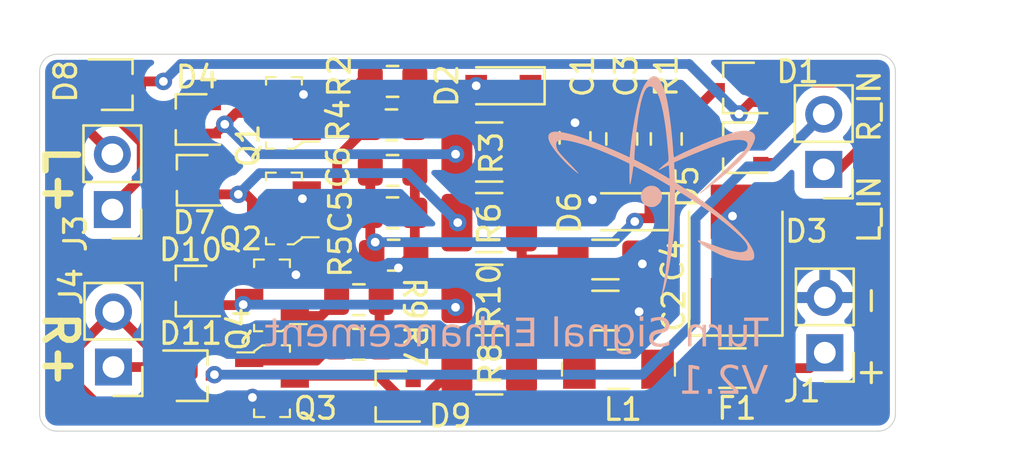
<source format=kicad_pcb>
(kicad_pcb (version 20240108) (generator "pcbnew") (generator_version "8.0")
  (title_block (rev "2.1"))
  (layers (0 "F.Cu" signal) (31 "B.Cu" signal) (35 "F.Paste" user) (36 "B.SilkS" user "B.Silkscreen") (37 "F.SilkS" user "F.Silkscreen") (38 "B.Mask" user) (39 "F.Mask" user) (44 "Edge.Cuts" user))
  (net 0 "")
  (net 1 "GND")
  (net 2 "Net-(D1-K)")
  (net 3 "+12V")
  (net 4 "Net-(D5-K)")
  (net 6 "Net-(D1-A)")
  (net 7 "Net-(F1-Pad2)")
  (net 8 "Net-(D3-K)")
  (net 10 "Net-(D4-A)")
  (net 11 "Net-(D4-K)")
  (net 13 "Net-(D5-A)")
  (net 14 "Net-(D7-K)")
  (net 16 "Net-(D7-A)")
  (net 17 "Net-(D9-K)")
  (net 19 "Net-(D9-A)")
  (net 21 "Net-(D10-A)")
  (net 22 "Net-(D10-K)")
  (net 23 "Net-(Q1-G)")
  (net 24 "Net-(Q2-G)")
  (net 25 "Net-(Q3-G)")
  (net 26 "Net-(Q4-G)")
  (footprint "Capacitor_SMD:C_0805_2012Metric_Pad1.15x1.40mm_HandSolder" (layer "F.Cu") (at 218.55 111.6 90)
    (property "Reference" "C1" (at 2.85 0.35 -90) (layer "F.SilkS"))
    (property "Value" "10uF")
    (pad "1" smd roundrect (at -1.025 0 90) (size 1.15 1.4) (layers "F.Cu" "F.Paste" "F.Mask") (roundrect_rratio 0.217391) (net 2 "Net-(D1-K)"))
    (pad "2" smd roundrect (at 1.025 0 90) (size 1.15 1.4) (layers "F.Cu" "F.Paste" "F.Mask") (roundrect_rratio 0.217391) (net 1 "GND"))
  )
  (footprint "Capacitor_SMD:C_0805_2012Metric_Pad1.15x1.40mm_HandSolder" (layer "F.Cu") (at 220.7 111.65 90)
    (property "Reference" "C3" (at 2.9 0.2 -90) (layer "F.SilkS"))
    (property "Value" "10uF")
    (pad "1" smd roundrect (at -1.025 0 90) (size 1.15 1.4) (layers "F.Cu" "F.Paste" "F.Mask") (roundrect_rratio 0.217391) (net 2 "Net-(D1-K)"))
    (pad "2" smd roundrect (at 1.025 0 90) (size 1.15 1.4) (layers "F.Cu" "F.Paste" "F.Mask") (roundrect_rratio 0.217391) (net 1 "GND"))
  )
  (footprint "Fuse:Fuse_1206_3216Metric" (layer "F.Cu") (at 225.8 122.2)
    (property "Reference" "F1" (at 0.2 1.85 0) (layer "F.SilkS"))
    (property "Value" "1206L016WR")
    (pad "1" smd roundrect (at -1.4 0) (size 1.25 1.75) (layers "F.Cu" "F.Paste" "F.Mask") (roundrect_rratio 0.2) (net 8 "Net-(D3-K)"))
    (pad "2" smd roundrect (at 1.4 0) (size 1.25 1.75) (layers "F.Cu" "F.Paste" "F.Mask") (roundrect_rratio 0.2) (net 7 "Net-(F1-Pad2)"))
  )
  (footprint "Connector_PinHeader_2.54mm:PinHeader_1x02_P2.54mm_Vertical" (layer "F.Cu") (at 230.05 121.49 180)
    (property "Reference" "J1" (at 1.05 -1.76 0) (layer "F.SilkS"))
    (property "Value" "22-23-2021")
    (pad "1" thru_hole rect (at 0 0 180) (size 1.7 1.7) (drill 1) (layers "*.Cu" "*.Mask") (net 7 "Net-(F1-Pad2)"))
    (pad "2" thru_hole oval (at 0 2.54 180) (size 1.7 1.7) (drill 1) (layers "*.Cu" "*.Mask") (net 1 "GND"))
  )
  (footprint "digikey-footprints:SOT-23-3" (layer "F.Cu") (at 205.15 110.45 180)
    (property "Reference" "Q1" (at 1.65 -1.5 90) (layer "F.SilkS"))
    (property "Value" "2N7002P_215")
    (pad "1" smd rect (at -1.05 -0.95 180) (size 1.3 0.6) (layers "F.Cu" "F.Paste" "F.Mask") (net 23 "Net-(Q1-G)"))
    (pad "2" smd rect (at -1.05 0.95 180) (size 1.3 0.6) (layers "F.Cu" "F.Paste" "F.Mask") (net 1 "GND"))
    (pad "3" smd rect (at 1.05 0 180) (size 1.3 0.6) (layers "F.Cu" "F.Paste" "F.Mask") (net 10 "Net-(D4-A)"))
  )
  (footprint "Resistor_SMD:R_0805_2012Metric_Pad1.15x1.40mm_HandSolder" (layer "F.Cu") (at 222.75 111.65 90)
    (property "Reference" "R1" (at 2.9 0 90) (layer "F.SilkS"))
    (property "Value" "75k")
    (pad "1" smd roundrect (at -1.025 0 90) (size 1.15 1.4) (layers "F.Cu" "F.Paste" "F.Mask") (roundrect_rratio 0.217391) (net 2 "Net-(D1-K)"))
    (pad "2" smd roundrect (at 1.025 0 90) (size 1.15 1.4) (layers "F.Cu" "F.Paste" "F.Mask") (roundrect_rratio 0.217391) (net 1 "GND"))
  )
  (footprint "Diode_SMD:D_SOD-323_HandSoldering" (layer "F.Cu") (at 215.25 109.2 180)
    (property "Reference" "D2" (at 2.6 0 90) (layer "F.SilkS"))
    (property "Value" "SD15-01FTG")
    (pad "1" smd rect (at -1.25 0 180) (size 1 1) (layers "F.Cu" "F.Paste" "F.Mask") (net 2 "Net-(D1-K)"))
    (pad "2" smd rect (at 1.25 0 180) (size 1 1) (layers "F.Cu" "F.Paste" "F.Mask") (net 1 "GND"))
  )
  (footprint "Connector_PinHeader_2.54mm:PinHeader_1x02_P2.54mm_Vertical" (layer "F.Cu") (at 197.25 114.9 180)
    (property "Reference" "J3" (at 1.7 -1.1 -90) (layer "F.SilkS"))
    (property "Value" "22-23-2021")
    (pad "1" thru_hole rect (at 0 0 180) (size 1.7 1.7) (drill 1) (layers "*.Cu" "*.Mask") (net 14 "Net-(D7-K)"))
    (pad "2" thru_hole oval (at 0 2.54 180) (size 1.7 1.7) (drill 1) (layers "*.Cu" "*.Mask") (net 11 "Net-(D4-K)"))
  )
  (footprint "Diode_SMD:D_SMB" (layer "F.Cu") (at 225.95 117.15 90)
    (property "Reference" "D3" (at 1.25 3.25 180) (layer "F.SilkS"))
    (property "Value" "SMBJ15A")
    (pad "1" smd rect (at -2.15 0 90) (size 2.5 2.3) (layers "F.Cu" "F.Paste" "F.Mask") (net 8 "Net-(D3-K)"))
    (pad "2" smd rect (at 2.15 0 90) (size 2.5 2.3) (layers "F.Cu" "F.Paste" "F.Mask") (net 1 "GND"))
  )
  (footprint "digikey-footprints:1206" (layer "F.Cu") (at 220.55 122.25)
    (property "Reference" "L1" (at 0.2 1.85 0) (layer "F.SilkS"))
    (property "Value" "82103C")
    (pad "1" smd rect (at -1.8 0) (size 1.5 1.8) (layers "F.Cu" "F.Paste" "F.Mask") (net 3 "+12V"))
    (pad "2" smd rect (at 1.8 0) (size 1.5 1.8) (layers "F.Cu" "F.Paste" "F.Mask") (net 8 "Net-(D3-K)"))
  )
  (footprint "Capacitor_SMD:C_1206_3216Metric_Pad1.42x1.75mm_HandSolder" (layer "F.Cu") (at 219.95 119.55)
    (property "Reference" "C2" (at 3.15 0 -90) (layer "F.SilkS"))
    (property "Value" "10uF")
    (pad "1" smd roundrect (at -1.4875 0) (size 1.425 1.75) (layers "F.Cu" "F.Paste" "F.Mask") (roundrect_rratio 0.175439) (net 3 "+12V"))
    (pad "2" smd roundrect (at 1.4875 0) (size 1.425 1.75) (layers "F.Cu" "F.Paste" "F.Mask") (roundrect_rratio 0.175439) (net 1 "GND"))
  )
  (footprint "Capacitor_SMD:C_1206_3216Metric_Pad1.42x1.75mm_HandSolder" (layer "F.Cu") (at 219.95 117.2)
    (property "Reference" "C4" (at 3.1 0.05 -90) (layer "F.SilkS"))
    (property "Value" "10uF")
    (pad "1" smd roundrect (at -1.4875 0) (size 1.425 1.75) (layers "F.Cu" "F.Paste" "F.Mask") (roundrect_rratio 0.175439) (net 3 "+12V"))
    (pad "2" smd roundrect (at 1.4875 0) (size 1.425 1.75) (layers "F.Cu" "F.Paste" "F.Mask") (roundrect_rratio 0.175439) (net 1 "GND"))
  )
  (footprint "Package_TO_SOT_SMD:SOT-323_SC-70" (layer "F.Cu") (at 226.1 109.3 180)
    (property "Reference" "D1" (at -2.7 0.75 0) (layer "F.SilkS"))
    (property "Value" "BAT54W")
    (pad "1" smd rect (at -1 -0.65 90) (size 0.45 0.7) (layers "F.Cu" "F.Paste" "F.Mask") (net 6 "Net-(D1-A)"))
    (pad "2" smd rect (at -1 0.65 90) (size 0.45 0.7) (layers "F.Cu" "F.Paste" "F.Mask"))
    (pad "3" smd rect (at 1 0 90) (size 0.45 0.7) (layers "F.Cu" "F.Paste" "F.Mask") (net 2 "Net-(D1-K)"))
  )
  (footprint "Package_TO_SOT_SMD:SOT-323_SC-70" (layer "F.Cu") (at 200.9 110.75 180)
    (property "Reference" "D4" (at -0.25 1.95 180) (layer "F.SilkS"))
    (property "Value" "BAT54W")
    (pad "1" smd rect (at -1 -0.65 90) (size 0.45 0.7) (layers "F.Cu" "F.Paste" "F.Mask") (net 10 "Net-(D4-A)"))
    (pad "2" smd rect (at -1 0.65 90) (size 0.45 0.7) (layers "F.Cu" "F.Paste" "F.Mask"))
    (pad "3" smd rect (at 1 0 90) (size 0.45 0.7) (layers "F.Cu" "F.Paste" "F.Mask") (net 11 "Net-(D4-K)"))
  )
  (footprint "Package_TO_SOT_SMD:SOT-323_SC-70" (layer "F.Cu") (at 200.95 113.55 180)
    (property "Reference" "D7" (at -0.05 -1.95 0) (layer "F.SilkS"))
    (property "Value" "BAT54W")
    (pad "1" smd rect (at -1 -0.65 90) (size 0.45 0.7) (layers "F.Cu" "F.Paste" "F.Mask") (net 16 "Net-(D7-A)"))
    (pad "2" smd rect (at -1 0.65 90) (size 0.45 0.7) (layers "F.Cu" "F.Paste" "F.Mask"))
    (pad "3" smd rect (at 1 0 90) (size 0.45 0.7) (layers "F.Cu" "F.Paste" "F.Mask") (net 14 "Net-(D7-K)"))
  )
  (footprint "Package_TO_SOT_SMD:SOT-323_SC-70" (layer "F.Cu") (at 197.45 109.15)
    (property "Reference" "D8" (at -2.35 -0.15 -90) (layer "F.SilkS"))
    (property "Value" "BAT54AW")
    (pad "1" smd rect (at -1 -0.65 270) (size 0.45 0.7) (layers "F.Cu" "F.Paste" "F.Mask") (net 11 "Net-(D4-K)"))
    (pad "2" smd rect (at -1 0.65 270) (size 0.45 0.7) (layers "F.Cu" "F.Paste" "F.Mask") (net 14 "Net-(D7-K)"))
    (pad "3" smd rect (at 1 0 270) (size 0.45 0.7) (layers "F.Cu" "F.Paste" "F.Mask") (net 6 "Net-(D1-A)"))
  )
  (footprint "digikey-footprints:SOT-23-3" (layer "F.Cu") (at 205.15 114.85 180)
    (property "Reference" "Q2" (at 2 -1.4 0) (layer "F.SilkS"))
    (property "Value" "2N7002P_215")
    (pad "1" smd rect (at -1.05 -0.95 180) (size 1.3 0.6) (layers "F.Cu" "F.Paste" "F.Mask") (net 24 "Net-(Q2-G)"))
    (pad "2" smd rect (at -1.05 0.95 180) (size 1.3 0.6) (layers "F.Cu" "F.Paste" "F.Mask") (net 1 "GND"))
    (pad "3" smd rect (at 1.05 0 180) (size 1.3 0.6) (layers "F.Cu" "F.Paste" "F.Mask") (net 16 "Net-(D7-A)"))
  )
  (footprint "Resistor_SMD:R_0805_2012Metric_Pad1.15x1.40mm_HandSolder" (layer "F.Cu") (at 210.15 109)
    (property "Reference" "R2" (at -2.45 -0.25 90) (layer "F.SilkS"))
    (property "Value" "10R")
    (pad "1" smd roundrect (at -1.025 0) (size 1.15 1.4) (layers "F.Cu" "F.Paste" "F.Mask") (roundrect_rratio 0.217391) (net 23 "Net-(Q1-G)"))
    (pad "2" smd roundrect (at 1.025 0) (size 1.15 1.4) (layers "F.Cu" "F.Paste" "F.Mask") (roundrect_rratio 0.217391) (net 2 "Net-(D1-K)"))
  )
  (footprint "Resistor_SMD:R_1210_3225Metric_Pad1.42x2.65mm_HandSolder" (layer "F.Cu") (at 214.6 112.25 180)
    (property "Reference" "R3" (at -0.1 -0.05 -90) (layer "F.SilkS"))
    (property "Value" "750R")
    (pad "1" smd roundrect (at -1.4875 0 180) (size 1.425 2.65) (layers "F.Cu" "F.Paste" "F.Mask") (roundrect_rratio 0.175439) (net 3 "+12V"))
    (pad "2" smd roundrect (at 1.4875 0 180) (size 1.425 2.65) (layers "F.Cu" "F.Paste" "F.Mask") (roundrect_rratio 0.175439) (net 10 "Net-(D4-A)"))
  )
  (footprint "Resistor_SMD:R_0805_2012Metric_Pad1.15x1.40mm_HandSolder" (layer "F.Cu") (at 210.1 111)
    (property "Reference" "R4" (at -2.45 -0.2 90) (layer "F.SilkS"))
    (property "Value" "10R")
    (pad "1" smd roundrect (at -1.025 0) (size 1.15 1.4) (layers "F.Cu" "F.Paste" "F.Mask") (roundrect_rratio 0.217391) (net 24 "Net-(Q2-G)"))
    (pad "2" smd roundrect (at 1.025 0) (size 1.15 1.4) (layers "F.Cu" "F.Paste" "F.Mask") (roundrect_rratio 0.217391) (net 2 "Net-(D1-K)"))
  )
  (footprint "Resistor_SMD:R_1210_3225Metric_Pad1.42x2.65mm_HandSolder" (layer "F.Cu") (at 214.6 115.5 180)
    (property "Reference" "R6" (at 0 -0.05 90) (layer "F.SilkS"))
    (property "Value" "750R")
    (pad "1" smd roundrect (at -1.4875 0 180) (size 1.425 2.65) (layers "F.Cu" "F.Paste" "F.Mask") (roundrect_rratio 0.175439) (net 3 "+12V"))
    (pad "2" smd roundrect (at 1.4875 0 180) (size 1.425 2.65) (layers "F.Cu" "F.Paste" "F.Mask") (roundrect_rratio 0.175439) (net 16 "Net-(D7-A)"))
  )
  (footprint "Connector_PinHeader_2.54mm:PinHeader_1x02_P2.54mm_Vertical" (layer "F.Cu") (at 230 113.05 180)
    (property "Reference" "J2" (hide yes))
    (property "Value" "22-23-2021")
    (pad "1" thru_hole rect (at 0 0 180) (size 1.7 1.7) (drill 1) (layers "*.Cu" "*.Mask") (net 6 "Net-(D1-A)"))
    (pad "2" thru_hole oval (at 0 2.54 180) (size 1.7 1.7) (drill 1) (layers "*.Cu" "*.Mask") (net 13 "Net-(D5-A)"))
  )
  (footprint "Capacitor_SMD:C_0805_2012Metric_Pad1.15x1.40mm_HandSolder" (layer "F.Cu") (at 210.15 115.05)
    (property "Reference" "C5" (at -2.4 -0.05 90) (layer "F.SilkS"))
    (property "Value" "10uF")
    (pad "1" smd roundrect (at -1.025 0) (size 1.15 1.4) (layers "F.Cu" "F.Paste" "F.Mask") (roundrect_rratio 0.217391) (net 4 "Net-(D5-K)"))
    (pad "2" smd roundrect (at 1.025 0) (size 1.15 1.4) (layers "F.Cu" "F.Paste" "F.Mask") (roundrect_rratio 0.217391) (net 1 "GND"))
  )
  (footprint "Capacitor_SMD:C_0805_2012Metric_Pad1.15x1.40mm_HandSolder" (layer "F.Cu") (at 210.15 113.1)
    (property "Reference" "C6" (at -2.5 -0.15 90) (layer "F.SilkS"))
    (property "Value" "10uF")
    (pad "1" smd roundrect (at -1.025 0) (size 1.15 1.4) (layers "F.Cu" "F.Paste" "F.Mask") (roundrect_rratio 0.217391) (net 4 "Net-(D5-K)"))
    (pad "2" smd roundrect (at 1.025 0) (size 1.15 1.4) (layers "F.Cu" "F.Paste" "F.Mask") (roundrect_rratio 0.217391) (net 1 "GND"))
  )
  (footprint "Diode_SMD:D_SOD-323_HandSoldering" (layer "F.Cu") (at 221 115 180)
    (property "Reference" "D6" (at 2.7 -0.05 90) (layer "F.SilkS"))
    (property "Value" "SD15-01FTG")
    (pad "1" smd rect (at -1.25 0 180) (size 1 1) (layers "F.Cu" "F.Paste" "F.Mask") (net 4 "Net-(D5-K)"))
    (pad "2" smd rect (at 1.25 0 180) (size 1 1) (layers "F.Cu" "F.Paste" "F.Mask") (net 1 "GND"))
  )
  (footprint "Package_TO_SOT_SMD:SOT-323_SC-70" (layer "F.Cu") (at 210.1 123.5 180)
    (property "Reference" "D9" (at -2.7 -0.9 0) (layer "F.SilkS"))
    (property "Value" "BAT54W")
    (pad "1" smd rect (at -1 -0.65 90) (size 0.45 0.7) (layers "F.Cu" "F.Paste" "F.Mask") (net 19 "Net-(D9-A)"))
    (pad "2" smd rect (at -1 0.65 90) (size 0.45 0.7) (layers "F.Cu" "F.Paste" "F.Mask"))
    (pad "3" smd rect (at 1 0 90) (size 0.45 0.7) (layers "F.Cu" "F.Paste" "F.Mask") (net 17 "Net-(D9-K)"))
  )
  (footprint "Package_TO_SOT_SMD:SOT-323_SC-70" (layer "F.Cu") (at 200.9 118.65 180)
    (property "Reference" "D10" (at 0.05 1.9 180) (layer "F.SilkS"))
    (property "Value" "BAT54W")
    (pad "1" smd rect (at -1 -0.65 90) (size 0.45 0.7) (layers "F.Cu" "F.Paste" "F.Mask") (net 21 "Net-(D10-A)"))
    (pad "2" smd rect (at -1 0.65 90) (size 0.45 0.7) (layers "F.Cu" "F.Paste" "F.Mask"))
    (pad "3" smd rect (at 1 0 90) (size 0.45 0.7) (layers "F.Cu" "F.Paste" "F.Mask") (net 22 "Net-(D10-K)"))
  )
  (footprint "Package_TO_SOT_SMD:SOT-323_SC-70" (layer "F.Cu") (at 200.9 122.55)
    (property "Reference" "D11" (at -0.05 -1.95 0) (layer "F.SilkS"))
    (property "Value" "BAT54AW")
    (pad "1" smd rect (at -1 -0.65 270) (size 0.45 0.7) (layers "F.Cu" "F.Paste" "F.Mask") (net 17 "Net-(D9-K)"))
    (pad "2" smd rect (at -1 0.65 270) (size 0.45 0.7) (layers "F.Cu" "F.Paste" "F.Mask") (net 22 "Net-(D10-K)"))
    (pad "3" smd rect (at 1 0 270) (size 0.45 0.7) (layers "F.Cu" "F.Paste" "F.Mask") (net 13 "Net-(D5-A)"))
  )
  (footprint "Connector_PinHeader_2.54mm:PinHeader_1x02_P2.54mm_Vertical" (layer "F.Cu") (at 197.3 122.15 180)
    (property "Reference" "J4" (at 1.95 3.7 90) (layer "F.SilkS"))
    (property "Value" "22-23-2021")
    (pad "1" thru_hole rect (at 0 0 180) (size 1.7 1.7) (drill 1) (layers "*.Cu" "*.Mask") (net 22 "Net-(D10-K)"))
    (pad "2" thru_hole oval (at 0 2.54 180) (size 1.7 1.7) (drill 1) (layers "*.Cu" "*.Mask") (net 17 "Net-(D9-K)"))
  )
  (footprint "digikey-footprints:SOT-23-3" (layer "F.Cu") (at 204.6 122.8)
    (property "Reference" "Q3" (at 2 1.25 0) (layer "F.SilkS"))
    (property "Value" "2N7002P_215")
    (pad "1" smd rect (at -1.05 -0.95) (size 1.3 0.6) (layers "F.Cu" "F.Paste" "F.Mask") (net 25 "Net-(Q3-G)"))
    (pad "2" smd rect (at -1.05 0.95) (size 1.3 0.6) (layers "F.Cu" "F.Paste" "F.Mask") (net 1 "GND"))
    (pad "3" smd rect (at 1.05 0) (size 1.3 0.6) (layers "F.Cu" "F.Paste" "F.Mask") (net 19 "Net-(D9-A)"))
  )
  (footprint "digikey-footprints:SOT-23-3" (layer "F.Cu") (at 204.6 118.85 180)
    (property "Reference" "Q4" (at 1.55 -1.55 90) (layer "F.SilkS"))
    (property "Value" "2N7002P_215")
    (pad "1" smd rect (at -1.05 -0.95 180) (size 1.3 0.6) (layers "F.Cu" "F.Paste" "F.Mask") (net 26 "Net-(Q4-G)"))
    (pad "2" smd rect (at -1.05 0.95 180) (size 1.3 0.6) (layers "F.Cu" "F.Paste" "F.Mask") (net 1 "GND"))
    (pad "3" smd rect (at 1.05 0 180) (size 1.3 0.6) (layers "F.Cu" "F.Paste" "F.Mask") (net 21 "Net-(D10-A)"))
  )
  (footprint "Resistor_SMD:R_0805_2012Metric_Pad1.15x1.40mm_HandSolder" (layer "F.Cu") (at 210.2 117)
    (property "Reference" "R5" (at -2.45 0.05 90) (layer "F.SilkS"))
    (property "Value" "75k")
    (pad "1" smd roundrect (at -1.025 0) (size 1.15 1.4) (layers "F.Cu" "F.Paste" "F.Mask") (roundrect_rratio 0.217391) (net 4 "Net-(D5-K)"))
    (pad "2" smd roundrect (at 1.025 0) (size 1.15 1.4) (layers "F.Cu" "F.Paste" "F.Mask") (roundrect_rratio 0.217391) (net 1 "GND"))
  )
  (footprint "Resistor_SMD:R_0805_2012Metric_Pad1.15x1.40mm_HandSolder" (layer "F.Cu") (at 208.6 121.1)
    (property "Reference" "R7" (at 2.57 0.08 -90) (layer "F.SilkS"))
    (property "Value" "10R")
    (pad "1" smd roundrect (at -1.025 0) (size 1.15 1.4) (layers "F.Cu" "F.Paste" "F.Mask") (roundrect_rratio 0.217391) (net 25 "Net-(Q3-G)"))
    (pad "2" smd roundrect (at 1.025 0) (size 1.15 1.4) (layers "F.Cu" "F.Paste" "F.Mask") (roundrect_rratio 0.217391) (net 4 "Net-(D5-K)"))
  )
  (footprint "Resistor_SMD:R_1210_3225Metric_Pad1.42x2.65mm_HandSolder" (layer "F.Cu") (at 214.6 122.05 180)
    (property "Reference" "R8" (at -0.05 0.05 90) (layer "F.SilkS"))
    (property "Value" "750R")
    (pad "1" smd roundrect (at -1.4875 0 180) (size 1.425 2.65) (layers "F.Cu" "F.Paste" "F.Mask") (roundrect_rratio 0.175439) (net 3 "+12V"))
    (pad "2" smd roundrect (at 1.4875 0 180) (size 1.425 2.65) (layers "F.Cu" "F.Paste" "F.Mask") (roundrect_rratio 0.175439) (net 19 "Net-(D9-A)"))
  )
  (footprint "Resistor_SMD:R_1210_3225Metric_Pad1.42x2.65mm_HandSolder" (layer "F.Cu") (at 214.6 118.8 180)
    (property "Reference" "R10" (at 0 -0.05 90) (layer "F.SilkS"))
    (property "Value" "750R")
    (pad "1" smd roundrect (at -1.4875 0 180) (size 1.425 2.65) (layers "F.Cu" "F.Paste" "F.Mask") (roundrect_rratio 0.175439) (net 3 "+12V"))
    (pad "2" smd roundrect (at 1.4875 0 180) (size 1.425 2.65) (layers "F.Cu" "F.Paste" "F.Mask") (roundrect_rratio 0.175439) (net 21 "Net-(D10-A)"))
  )
  (footprint "Package_TO_SOT_SMD:SOT-323_SC-70" (layer "F.Cu") (at 226.1 112.05 180)
    (property "Reference" "D5" (at 2.4 -1.8 90) (layer "F.SilkS"))
    (property "Value" "BAT54W")
    (pad "1" smd rect (at -1 -0.65 90) (size 0.45 0.7) (layers "F.Cu" "F.Paste" "F.Mask") (net 13 "Net-(D5-A)"))
    (pad "2" smd rect (at -1 0.65 90) (size 0.45 0.7) (layers "F.Cu" "F.Paste" "F.Mask"))
    (pad "3" smd rect (at 1 0 90) (size 0.45 0.7) (layers "F.Cu" "F.Paste" "F.Mask") (net 4 "Net-(D5-K)"))
  )
  (footprint "Resistor_SMD:R_0805_2012Metric_Pad1.15x1.40mm_HandSolder" (layer "F.Cu") (at 208.6 119.05)
    (property "Reference" "R9" (at 2.55 -0.05 -90) (layer "F.SilkS"))
    (property "Value" "10R")
    (pad "1" smd roundrect (at -1.025 0) (size 1.15 1.4) (layers "F.Cu" "F.Paste" "F.Mask") (roundrect_rratio 0.217391) (net 26 "Net-(Q4-G)"))
    (pad "2" smd roundrect (at 1.025 0) (size 1.15 1.4) (layers "F.Cu" "F.Paste" "F.Mask") (roundrect_rratio 0.217391) (net 4 "Net-(D5-K)"))
  )
  (footprint "Atomspring Logos:10x10mm" (layer "B.Cu") (at 222.164963 113.6812 180)
    (property "Reference" "G***" (hide yes))
    (property "Value" "LOGO" (hide yes))
  )
  (gr_arc (start 232.5 107.75) (mid 233.065685 107.984315) (end 233.3 108.55) (stroke (width 0.05)) (layer "Edge.Cuts"))
  (gr_line (start 193.9 124.3) (end 193.9 108.55) (stroke (width 0.05)) (layer "Edge.Cuts"))
  (gr_line (start 194.7 107.75) (end 232.5 107.75) (stroke (width 0.05)) (layer "Edge.Cuts"))
  (gr_arc (start 233.3 124.3) (mid 233.065685 124.865685) (end 232.5 125.1) (stroke (width 0.05)) (layer "Edge.Cuts"))
  (gr_arc (start 193.9 108.55) (mid 194.134315 107.984315) (end 194.7 107.75) (stroke (width 0.05)) (layer "Edge.Cuts"))
  (gr_line (start 233.3 108.55) (end 233.3 124.3) (stroke (width 0.05)) (layer "Edge.Cuts"))
  (gr_arc (start 194.7 125.1) (mid 194.134315 124.865685) (end 193.9 124.3) (stroke (width 0.05)) (layer "Edge.Cuts"))
  (gr_line (start 232.5 125.1) (end 194.7 125.1) (stroke (width 0.05)) (layer "Edge.Cuts"))
  (gr_text "Turn Signal Enhancement\nV2.1" (at 227.45 121.75 0) (layer "B.SilkS") (effects (font (size 1.3 1.3)) (justify left mirror)))
  (gr_text "R_IN" (at 232.1 110.15 90) (layer "F.SilkS") (effects (font (size 1 1))))
  (gr_text "L+" (at 194.85 113.55 270) (layer "F.SilkS") (effects (font (size 1.5 1.5) (thickness 0.3))))
  (gr_text "R+" (at 194.85 121.35 270) (layer "F.SilkS") (effects (font (size 1.5 1.5) (thickness 0.3))))
  (gr_text "L_IN" (at 232.1 114.9 90) (layer "F.SilkS") (effects (font (size 1 1))))
  (gr_text "+  -" (at 232.1 120.75 90) (layer "F.SilkS") (effects (font (size 1.2 1.2))))
  (segment (start 219.75 115) (end 219.75 114.85) (width 0.45) (layer "F.Cu") (net 1))
  (segment (start 222.75 110.625) (end 218.475 110.625) (width 0.45) (layer "F.Cu") (net 1))
  (segment (start 206.2 114.2) (end 206 114.4) (width 0.45) (layer "F.Cu") (net 1))
  (segment (start 206.2 113.9) (end 206.2 114.2) (width 0.45) (layer "F.Cu") (net 1))
  (segment (start 219.75 114.85) (end 219.35 114.45) (width 0.45) (layer "F.Cu") (net 1))
  (segment (start 211.175 113.1) (end 211.175 116.831444) (width 0.45) (layer "F.Cu") (net 1))
  (segment (start 211.175 116.831444) (end 210.419851 117.586593) (width 0.45) (layer "F.Cu") (net 1))
  (via (at 225.8 115.2) (size 0.8) (drill 0.4) (layers "F.Cu" "B.Cu") (net 1))
  (via (at 218.55 110.9) (size 0.8) (drill 0.4) (layers "F.Cu" "B.Cu") (net 1))
  (via (at 206 114.4) (size 0.8) (drill 0.4) (layers "F.Cu" "B.Cu") (net 1))
  (via (at 219.35 114.45) (size 0.8) (drill 0.4) (layers "F.Cu" "B.Cu") (net 1))
  (via (at 205.7 117.9) (size 0.8) (drill 0.4) (layers "F.Cu" "B.Cu") (net 1))
  (via (at 221.65 117.4) (size 0.8) (drill 0.4) (layers "F.Cu" "B.Cu") (net 1))
  (via (at 210.419851 117.586593) (size 0.8) (drill 0.4) (layers "F.Cu" "B.Cu") (net 1))
  (via (at 206.05 109.6) (size 0.8) (drill 0.4) (layers "F.Cu" "B.Cu") (net 1))
  (via (at 221.5 119.6) (size 0.8) (drill 0.4) (layers "F.Cu" "B.Cu") (net 1))
  (via (at 214 109.2) (size 0.8) (drill 0.4) (layers "F.Cu" "B.Cu") (net 1))
  (via (at 203.7 123.55) (size 0.8) (drill 0.4) (layers "F.Cu" "B.Cu") (net 1))
  (segment (start 218.35 112.6) (end 223.1 112.6) (width 0.45) (layer "F.Cu") (net 2))
  (segment (start 217.42499 111.67499) (end 218.35 112.6) (width 0.45) (layer "F.Cu") (net 2))
  (segment (start 211.125 109.125) (end 211.2 109.05) (width 0.45) (layer "F.Cu") (net 2))
  (segment (start 211.125 111) (end 211.125 109.125) (width 0.45) (layer "F.Cu") (net 2))
  (segment (start 216.729612 110.4) (end 217.42499 111.095378) (width 0.45) (layer "F.Cu") (net 2))
  (segment (start 214.55 110.4) (end 215.45 110.4) (width 0.45) (layer "F.Cu") (net 2))
  (segment (start 214.55 110.4) (end 216.729612 110.4) (width 0.45) (layer "F.Cu") (net 2))
  (segment (start 217.42499 111.095378) (end 217.42499 111.67499) (width 0.45) (layer "F.Cu") (net 2))
  (segment (start 224.05 110.35) (end 225.1 109.3) (width 0.45) (layer "F.Cu") (net 2))
  (segment (start 212.55 110.4) (end 214.55 110.4) (width 0.45) (layer "F.Cu") (net 2))
  (segment (start 215.45 110.4) (end 216.55 109.3) (width 0.45) (layer "F.Cu") (net 2))
  (segment (start 211.2 109.05) (end 212.55 110.4) (width 0.45) (layer "F.Cu") (net 2))
  (segment (start 223.1 112.6) (end 224.05 111.65) (width 0.45) (layer "F.Cu") (net 2))
  (segment (start 224.05 111.65) (end 224.05 110.35) (width 0.45) (layer "F.Cu") (net 2))
  (segment (start 216.0875 122.4375) (end 216.05 122.475) (width 0.45) (layer "F.Cu") (net 3))
  (segment (start 216.05 122.475) (end 216.05 122.5) (width 0.45) (layer "F.Cu") (net 3))
  (segment (start 216.1 117.2) (end 216.1 111.6) (width 0.45) (layer "F.Cu") (net 3))
  (segment (start 218.4625 117.3125) (end 218.45 117.3) (width 0.45) (layer "F.Cu") (net 3))
  (segment (start 218.6 117.2) (end 216.1 117.2) (width 0.45) (layer "F.Cu") (net 3))
  (segment (start 216.0875 112.25) (end 216.0875 122.4375) (width 0.45) (layer "F.Cu") (net 3))
  (segment (start 218.4625 119.55) (end 218.4625 117.3125) (width 0.45) (layer "F.Cu") (net 3))
  (segment (start 218.7 117.1) (end 218.6 117.2) (width 0.45) (layer "F.Cu") (net 3))
  (segment (start 218.75 117.15) (end 218.7 117.1) (width 0.45) (layer "F.Cu") (net 3))
  (segment (start 218.75 122.25) (end 218.75 117.15) (width 0.45) (layer "F.Cu") (net 3))
  (segment (start 209.65 121.15) (end 209.55 121.05) (width 0.45) (layer "F.Cu") (net 4))
  (segment (start 225.1 112.05) (end 225.1 112.8) (width 0.45) (layer "F.Cu") (net 4))
  (segment (start 209.55 116.6) (end 209.35 116.4) (width 0.45) (layer "F.Cu") (net 4))
  (segment (start 209.125 116.175) (end 209.35 116.4) (width 0.45) (layer "F.Cu") (net 4))
  (segment (start 221.45 115.3) (end 221.3 115.45) (width 0.45) (layer "F.Cu") (net 4))
  (segment (start 222.6 115.3) (end 221.45 115.3) (width 0.45) (layer "F.Cu") (net 4))
  (segment (start 209.125 113.1) (end 209.125 116.175) (width 0.45) (layer "F.Cu") (net 4))
  (segment (start 225.1 112.8) (end 222.6 115.3) (width 0.45) (layer "F.Cu") (net 4))
  (segment (start 222.3 115) (end 222.6 115.3) (width 0.45) (layer "F.Cu") (net 4))
  (segment (start 209.55 121.05) (end 209.55 116.6) (width 0.45) (layer "F.Cu") (net 4))
  (via (at 209.35 116.4) (size 0.8) (drill 0.4) (layers "F.Cu" "B.Cu") (net 4))
  (via (at 221.3 115.45) (size 0.8) (drill 0.4) (layers "F.Cu" "B.Cu") (net 4))
  (segment (start 221.3 115.45) (end 220.35 116.4) (width 0.45) (layer "B.Cu") (net 4))
  (segment (start 220.35 116.4) (end 209.35 116.4) (width 0.45) (layer "B.Cu") (net 4))
  (segment (start 226.1 110.5) (end 226.1 110.5) (width 0.45) (layer "F.Cu") (net 6))
  (segment (start 226.65 109.95) (end 226.1 110.5) (width 0.45) (layer "F.Cu") (net 6))
  (segment (start 228.5 109.05) (end 227.55 110) (width 0.45) (layer "F.Cu") (net 6))
  (segment (start 232 111.75) (end 232 109.8) (width 0.45) (layer "F.Cu") (net 6))
  (segment (start 227.55 110) (end 227.1 110) (width 0.45) (layer "F.Cu") (net 6))
  (segment (start 227.1 109.95) (end 226.65 109.95) (width 0.45) (layer "F.Cu") (net 6))
  (segment (start 231.25 109.05) (end 228.5 109.05) (width 0.45) (layer "F.Cu") (net 6))
  (segment (start 230 113.05) (end 230.7 113.05) (width 0.45) (layer "F.Cu") (net 6))
  (segment (start 232 109.8) (end 231.25 109.05) (width 0.45) (layer "F.Cu") (net 6))
  (segment (start 198.55 109) (end 198.45 109.1) (width 0.45) (layer "F.Cu") (net 6))
  (segment (start 199.6 109) (end 198.55 109) (width 0.45) (layer "F.Cu") (net 6))
  (segment (start 230.7 113.05) (end 232 111.75) (width 0.45) (layer "F.Cu") (net 6))
  (via (at 226.1 110.5) (size 0.8) (drill 0.4) (layers "F.Cu" "B.Cu") (net 6))
  (via (at 199.6 109) (size 0.8) (drill 0.4) (layers "F.Cu" "B.Cu") (net 6))
  (segment (start 226.1 110.5) (end 223.8 108.2) (width 0.45) (layer "B.Cu") (net 6))
  (segment (start 200.4 108.2) (end 199.6 109) (width 0.45) (layer "B.Cu") (net 6))
  (segment (start 223.8 108.2) (end 200.4 108.2) (width 0.45) (layer "B.Cu") (net 6))
  (segment (start 229.35 122.2) (end 230.05 121.5) (width 0.45) (layer "F.Cu") (net 7))
  (segment (start 227.2 122.2) (end 229.35 122.2) (width 0.45) (layer "F.Cu") (net 7))
  (segment (start 222.35 122.25) (end 223.6 122.25) (width 0.45) (layer "F.Cu") (net 8))
  (segment (start 223.6 122.25) (end 226 119.85) (width 0.45) (layer "F.Cu") (net 8))
  (segment (start 224.4 122.2) (end 222.55 122.2) (width 0.45) (layer "F.Cu") (net 8))
  (segment (start 225.6 119.5) (end 225.45 119.65) (width 0.45) (layer "F.Cu") (net 8))
  (segment (start 226 119.85) (end 226 119.5) (width 0.45) (layer "F.Cu") (net 8))
  (segment (start 226 119.5) (end 225.6 119.5) (width 0.45) (layer "F.Cu") (net 8))
  (segment (start 204.1 110.45) (end 202.95 110.45) (width 0.45) (layer "F.Cu") (net 10))
  (segment (start 202.95 110.45) (end 202.425001 110.974999) (width 0.45) (layer "F.Cu") (net 10))
  (segment (start 201.9 111.4) (end 202 111.4) (width 0.45) (layer "F.Cu") (net 10))
  (segment (start 202 111.4) (end 202.425001 110.974999) (width 0.45) (layer "F.Cu") (net 10))
  (via (at 213.05 112.35) (size 0.8) (drill 0.4) (layers "F.Cu" "B.Cu") (net 10))
  (via (at 202.425001 110.974999) (size 0.8) (drill 0.4) (layers "F.Cu" "B.Cu") (net 10))
  (segment (start 213.05 112.35) (end 203.800002 112.35) (width 0.45) (layer "B.Cu") (net 10))
  (segment (start 203.800002 112.35) (end 202.425001 110.974999) (width 0.45) (layer "B.Cu") (net 10))
  (segment (start 195.45 109.4) (end 196.35 108.5) (width 0.45) (layer "F.Cu") (net 11))
  (segment (start 198.709998 110.75) (end 199.95 110.75) (width 0.45) (layer "F.Cu") (net 11))
  (segment (start 195.45 110.56) (end 195.45 109.4) (width 0.45) (layer "F.Cu") (net 11))
  (segment (start 196.459998 108.5) (end 198.709998 110.75) (width 0.45) (layer "F.Cu") (net 11))
  (segment (start 196.35 108.5) (end 196.459998 108.5) (width 0.45) (layer "F.Cu") (net 11))
  (segment (start 197.25 112.36) (end 195.45 110.56) (width 0.45) (layer "F.Cu") (net 11))
  (segment (start 230 110.51) (end 227.76 112.75) (width 0.45) (layer "F.Cu") (net 13))
  (segment (start 227.76 112.75) (end 227.05 112.75) (width 0.45) (layer "F.Cu") (net 13))
  (via (at 201.95 122.5) (size 0.8) (drill 0.4) (layers "F.Cu" "B.Cu") (net 13))
  (segment (start 230 110.51) (end 227.6 112.91) (width 0.45) (layer "B.Cu") (net 13))
  (segment (start 224.1 120.05) (end 224.1 115.3) (width 0.45) (layer "B.Cu") (net 13))
  (segment (start 225.025001 114.374999) (end 225.575 113.825) (width 0.45) (layer "B.Cu") (net 13))
  (segment (start 227.6 112.91) (end 226.49 112.91) (width 0.45) (layer "B.Cu") (net 13))
  (segment (start 226.49 112.91) (end 225.575 113.825) (width 0.45) (layer "B.Cu") (net 13))
  (segment (start 201.95 122.5) (end 221.65 122.5) (width 0.45) (layer "B.Cu") (net 13))
  (segment (start 221.65 122.5) (end 224.1 120.05) (width 0.45) (layer "B.Cu") (net 13))
  (segment (start 224.1 115.3) (end 224.974999 114.425001) (width 0.45) (layer "B.Cu") (net 13))
  (segment (start 196.575 109.8) (end 198.6 111.825) (width 0.45) (layer "F.Cu") (net 14))
  (segment (start 198.6 113.4) (end 198.35 113.65) (width 0.45) (layer "F.Cu") (net 14))
  (segment (start 198.35 113.65) (end 197.25 114.75) (width 0.45) (layer "F.Cu") (net 14))
  (segment (start 196.45 109.8) (end 196.575 109.8) (width 0.45) (layer "F.Cu") (net 14))
  (segment (start 198.45 113.55) (end 198.35 113.65) (width 0.45) (layer "F.Cu") (net 14))
  (segment (start 198.6 111.825) (end 198.6 113.4) (width 0.45) (layer "F.Cu") (net 14))
  (segment (start 199.95 113.55) (end 198.45 113.55) (width 0.45) (layer "F.Cu") (net 14))
  (segment (start 203.05 114.2) (end 203.4 114.2) (width 0.45) (layer "F.Cu") (net 16))
  (segment (start 201.95 114.2) (end 203.05 114.2) (width 0.45) (layer "F.Cu") (net 16))
  (segment (start 203.4 114.2) (end 204.1 114.9) (width 0.45) (layer "F.Cu") (net 16))
  (via (at 203.05 114.2) (size 0.8) (drill 0.4) (layers "F.Cu" "B.Cu") (net 16))
  (via (at 213.15 115.5) (size 0.8) (drill 0.4) (layers "F.Cu" "B.Cu") (net 16))
  (segment (start 204.025001 113.224999) (end 210.874999 113.224999) (width 0.45) (layer "B.Cu") (net 16))
  (segment (start 203.05 114.2) (end 204.025001 113.224999) (width 0.45) (layer "B.Cu") (net 16))
  (segment (start 210.874999 113.224999) (end 213.15 115.5) (width 0.45) (layer "B.Cu") (net 16))
  (segment (start 197.3 119.61) (end 195.7 121.21) (width 0.45) (layer "F.Cu") (net 17))
  (segment (start 208.224999 124.475001) (end 209.1 123.6) (width 0.45) (layer "F.Cu") (net 17))
  (segment (start 195.7 121.21) (end 195.7 123.015002) (width 0.45) (layer "F.Cu") (net 17))
  (segment (start 199.9 121.9) (end 199.6 121.9) (width 0.45) (layer "F.Cu") (net 17))
  (segment (start 195.992499 123.307501) (end 197.034998 124.35) (width 0.45) (layer "F.Cu") (net 17))
  (segment (start 203.574999 124.475001) (end 208.224999 124.475001) (width 0.45) (layer "F.Cu") (net 17))
  (segment (start 201.675001 124.475001) (end 203.574999 124.475001) (width 0.45) (layer "F.Cu") (net 17))
  (segment (start 203.574999 124.475001) (end 197.159999 124.475001) (width 0.45) (layer "F.Cu") (net 17))
  (segment (start 199.6 121.9) (end 197.4 119.7) (width 0.45) (layer "F.Cu") (net 17))
  (segment (start 197.159999 124.475001) (end 195.992499 123.307501) (width 0.45) (layer "F.Cu") (net 17))
  (segment (start 195.7 123.015002) (end 195.992499 123.307501) (width 0.45) (layer "F.Cu") (net 17))
  (segment (start 205.75 122.55) (end 205.45 122.85) (width 0.45) (layer "F.Cu") (net 19))
  (segment (start 211.0125 124.15) (end 211.0125 124.0625) (width 0.45) (layer "F.Cu") (net 19))
  (segment (start 209.5 122.55) (end 205.75 122.55) (width 0.45) (layer "F.Cu") (net 19))
  (segment (start 211.0125 124.0625) (end 209.5 122.55) (width 0.45) (layer "F.Cu") (net 19))
  (segment (start 213.1125 122.05) (end 211.0125 124.15) (width 0.45) (layer "F.Cu") (net 19))
  (segment (start 203.275 119.275) (end 203.6 118.95) (width 0.45) (layer "F.Cu") (net 21))
  (segment (start 203.25 119.3) (end 203.275 119.275) (width 0.45) (layer "F.Cu") (net 21))
  (segment (start 201.9 119.3) (end 203.25 119.3) (width 0.45) (layer "F.Cu") (net 21))
  (via (at 213.05 119.4) (size 0.8) (drill 0.4) (layers "F.Cu" "B.Cu") (net 21))
  (via (at 203.275 119.275) (size 0.8) (drill 0.4) (layers "F.Cu" "B.Cu") (net 21))
  (segment (start 203.275 119.275) (end 212.925 119.275) (width 0.45) (layer "B.Cu") (net 21))
  (segment (start 212.925 119.275) (end 213.05 119.4) (width 0.45) (layer "B.Cu") (net 21))
  (segment (start 199.9 123.2) (end 200.25 123.2) (width 0.45) (layer "F.Cu") (net 22))
  (segment (start 200.95 122.5) (end 200.95 119.8) (width 0.45) (layer "F.Cu") (net 22))
  (segment (start 200.25 123.2) (end 200.95 122.5) (width 0.45) (layer "F.Cu") (net 22))
  (segment (start 198.8 122.15) (end 199.85 123.2) (width 0.45) (layer "F.Cu") (net 22))
  (segment (start 197.3 122.15) (end 198.8 122.15) (width 0.45) (layer "F.Cu") (net 22))
  (segment (start 200.95 119.8) (end 199.9 118.75) (width 0.45) (layer "F.Cu") (net 22))
  (segment (start 209.125 109) (end 208.7 109) (width 0.45) (layer "F.Cu") (net 23))
  (segment (start 208.7 109) (end 206.3 111.4) (width 0.45) (layer "F.Cu") (net 23))
  (segment (start 207.6 112.5) (end 208.9 111.2) (width 0.45) (layer "F.Cu") (net 24))
  (segment (start 207.6 114.55) (end 207.6 112.5) (width 0.45) (layer "F.Cu") (net 24))
  (segment (start 206.2 115.8) (end 206.35 115.8) (width 0.45) (layer "F.Cu") (net 24))
  (segment (start 206.35 115.8) (end 207.6 114.55) (width 0.45) (layer "F.Cu") (net 24))
  (segment (start 206.65 121.85) (end 207.4 121.1) (width 0.45) (layer "F.Cu") (net 25))
  (segment (start 203.55 121.85) (end 206.65 121.85) (width 0.45) (layer "F.Cu") (net 25))
  (segment (start 205.65 119.8) (end 206.85 119.8) (width 0.45) (layer "F.Cu") (net 26))
  (segment (start 206.85 119.8) (end 207.55 119.1) (width 0.45) (layer "F.Cu") (net 26))
  (zone (net 1) (net_name "GND") (layer "B.Cu") (name "GND") (connect_pads thru_hole_only (clearance 0.5)) (min_thickness 0.254) (fill yes (thermal_gap 0.508) (thermal_bridge_width 0.508) (smoothing fillet) (radius 1))
    (polygon (pts (xy 233.4 117.05) (xy 233.35 121.1) (xy 233.3 125.15) (xy 213.6 125.26) (xy 193.7 125.1) (xy 193.75 107.65) (xy 233.3 107.55)))
  )
)
</source>
